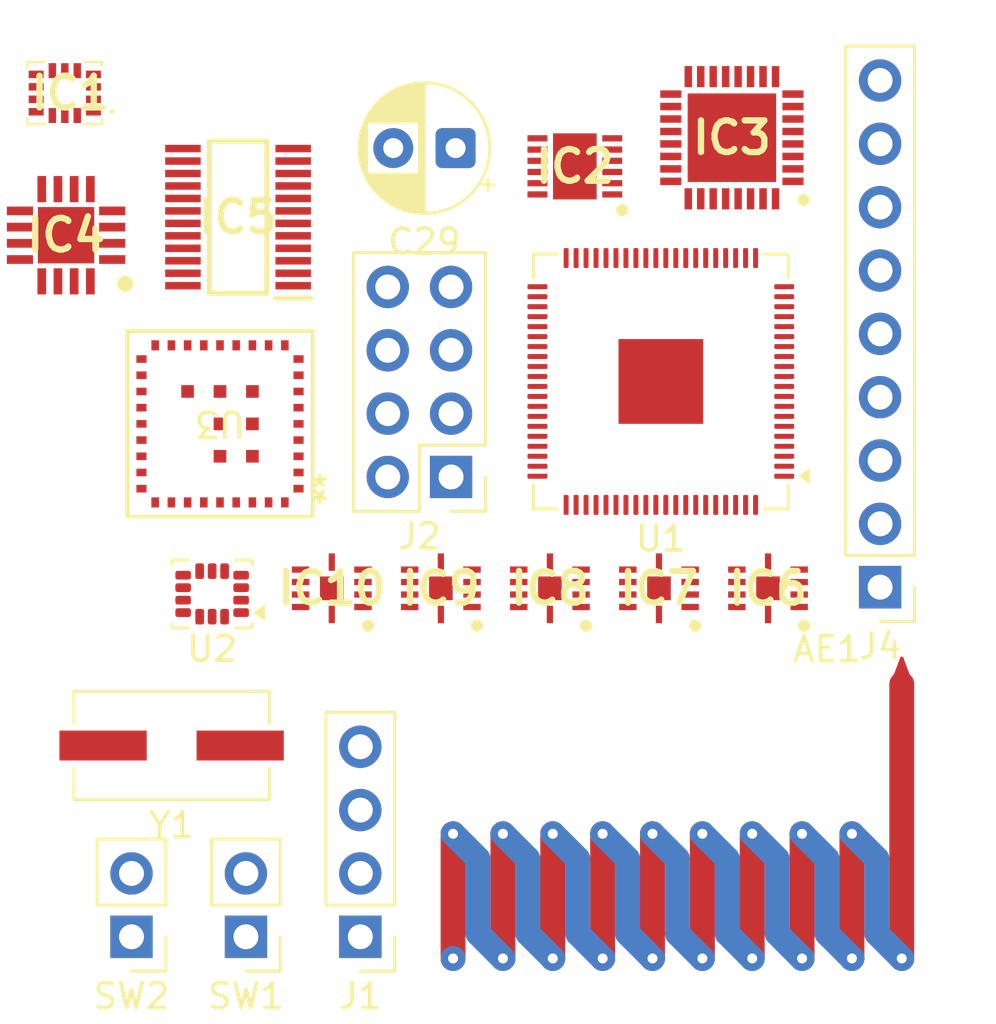
<source format=kicad_pcb>
(kicad_pcb (version 20241229) (generator "pcbnew") (generator_version "9.0")
  (layers (0 "F.Cu" signal) (4 "In1.Cu" signal) (6 "In2.Cu" signal) (2 "B.Cu" signal) (13 "F.Paste" user) (15 "B.Paste" user) (5 "F.SilkS" user "F.Silkscreen") (7 "B.SilkS" user "B.Silkscreen") (1 "F.Mask" user) (3 "B.Mask" user) (25 "Edge.Cuts" user))
  (net 0 "")
  (net 1 "Net-(AE1-A)")
  (net 2 "GND")
  (net 3 "Net-(IC1-AP_SDA_{slash}_AP_SDIO_{slash}_AP_SDI)")
  (net 4 "Net-(IC1-INT1_{slash}_INT)")
  (net 5 "Net-(IC1-AP_SCL_{slash}_AP_SCLK)")
  (net 6 "Net-(IC1-INT2_{slash}_FSYNC_{slash}_CLKIN)")
  (net 7 "+3V3")
  (net 9 "Net-(IC1-AP_CS)")
  (net 10 "Net-(IC2-EN1)")
  (net 11 "Net-(IC2-LX2)")
  (net 12 "+5V")
  (net 13 "Net-(IC2-FB1)")
  (net 14 "Net-(IC2-LX1)")
  (net 15 "Net-(IC2-EN2)")
  (net 16 "Net-(IC2-FB2)")
  (net 17 "Net-(IC3-DCPL_XOSC)")
  (net 18 "Net-(IC3-DCPL)")
  (net 19 "Net-(IC3-LPF0)")
  (net 20 "Net-(IC3-GPIO3)")
  (net 21 "Net-(IC3-GPIO0)")
  (net 22 "Net-(IC3-RESET_N)")
  (net 23 "Net-(IC3-TRX_SW)")
  (net 24 "Net-(IC3-XOSC_Q2)")
  (net 25 "Net-(IC3-DCPL_PFD_CHP)")
  (net 26 "Net-(IC3-CSN)")
  (net 27 "/MISO")
  (net 28 "/SCLK")
  (net 29 "Net-(IC3-LPF1)")
  (net 30 "Net-(IC3-DCPL_VCO)")
  (net 32 "Net-(IC3-RBIAS)")
  (net 33 "Net-(IC3-GPIO2)")
  (net 34 "Net-(IC3-XOSC_Q1)")
  (net 36 "Net-(IC3-PA)")
  (net 37 "/MOSI")
  (net 38 "Net-(IC4-TR_SW)")
  (net 39 "Net-(IC4-LNA_IN)")
  (net 40 "Net-(IC4-PA_EN)")
  (net 41 "Net-(IC4-BIAS)")
  (net 42 "Net-(IC4-PA_IN)")
  (net 43 "Net-(IC4-PA_OUT)")
  (net 44 "Net-(IC4-HGM)")
  (net 45 "Net-(IC4-LNA_OUT)")
  (net 46 "Net-(IC4-LNA_EN)")
  (net 47 "Net-(IC5-~{CS})")
  (net 48 "Net-(IC5-P0.3)")
  (net 49 "Net-(IC5-P0.0)")
  (net 50 "Net-(IC5-P1.0)")
  (net 51 "Net-(IC5-P0.4)")
  (net 52 "Net-(IC5-P1.4)")
  (net 53 "Net-(IC5-P1.7)")
  (net 54 "Net-(IC5-P1.5)")
  (net 55 "Net-(IC5-~{RESET})")
  (net 56 "Net-(IC5-P1.1)")
  (net 57 "Net-(IC5-P1.6)")
  (net 58 "Net-(IC5-P1.3)")
  (net 59 "Net-(J1-Pin_3)")
  (net 60 "Net-(J1-Pin_2)")
  (net 61 "Net-(U1-RUN)")
  (net 62 "Net-(R5-Pad1)")
  (net 63 "Net-(U1-GPIO29)")
  (net 64 "Net-(J9-Pin_3)")
  (net 65 "Net-(J4-Pin_6)")
  (net 66 "Net-(U1-GPIO45{slash}ADC5)")
  (net 67 "Net-(U1-VREG_LX)")
  (net 68 "Net-(U1-GPIO10)")
  (net 69 "Net-(U1-GPIO11)")
  (net 70 "Net-(J10-Pin_3)")
  (net 71 "Net-(U1-GPIO22)")
  (net 72 "Net-(J3-Pin_3)")
  (net 73 "Net-(U1-GPIO43{slash}ADC3)")
  (net 74 "Net-(J11-Pin_3)")
  (net 75 "Net-(U1-GPIO8)")
  (net 76 "Net-(J4-Pin_4)")
  (net 77 "+1V1")
  (net 78 "Net-(J2-Pin_7)")
  (net 79 "Net-(J2-Pin_6)")
  (net 80 "Net-(U1-GPIO9)")
  (net 81 "Net-(U1-GPIO31)")
  (net 82 "Net-(J8-Pin_3)")
  (net 83 "Net-(J2-Pin_4)")
  (net 84 "Net-(U1-GPIO25)")
  (net 85 "Net-(U1-GPIO2)")
  (net 86 "Net-(U1-USB_DP)")
  (net 87 "Net-(U1-XOUT)")
  (net 88 "Net-(J4-Pin_5)")
  (net 89 "Net-(J4-Pin_8)")
  (net 90 "Net-(U1-GPIO41{slash}ADC1)")
  (net 91 "Net-(U1-GPIO24)")
  (net 92 "Net-(J2-Pin_3)")
  (net 93 "/CS{slash}PWM1")
  (net 94 "+1V8")
  (net 95 "Net-(J4-Pin_7)")
  (net 96 "Net-(U1-GPIO19)")
  (net 97 "Net-(J7-Pin_3)")
  (net 98 "Net-(U1-GPIO23)")
  (net 99 "Net-(J2-Pin_5)")
  (net 100 "Net-(U1-GPIO18)")
  (net 101 "Net-(U1-GPIO26)")
  (net 102 "Net-(U1-USB_DM)")
  (net 103 "Net-(U1-GPIO3)")
  (net 104 "Net-(J3-Pin_1)")
  (net 105 "Net-(U1-XIN)")
  (net 106 "Net-(U1-~{QSPI_SS})")
  (net 127 "Net-(IC10-RF-_1)")
  (net 128 "Net-(IC10-SCL)")
  (net 129 "Net-(IC10-SDA)")
  (net 130 "Net-(IC7-RF+_1)")
  (net 131 "Net-(IC8-RF+_1)")
  (net 132 "Net-(IC10-RF+_1)")
  (net 133 "Net-(J4-Pin_9)")
  (net 134 "Net-(U1-ADC_AVDD)")
  (footprint "Connector_PinHeader_2.54mm:PinHeader_1x04_P2.54mm_Vertical" (layer "F.Cu") (at 26.185 47.945 180)
    (property "Reference" "J1" (at 0 -2.38 0) (layer "F.SilkS"))
    (property "Value" "USB-C")
    (pad "1" thru_hole rect (at 0 0 180) (size 1.7 1.7) (drill 1) (layers "*.Cu" "*.Mask") (net 2 "GND"))
    (pad "2" thru_hole circle (at 0 2.54 180) (size 1.7 1.7) (drill 1) (layers "*.Cu" "*.Mask") (net 60 "Net-(J1-Pin_2)"))
    (pad "3" thru_hole circle (at 0 5.08 180) (size 1.7 1.7) (drill 1) (layers "*.Cu" "*.Mask") (net 59 "Net-(J1-Pin_3)"))
    (pad "4" thru_hole circle (at 0 7.62 180) (size 1.7 1.7) (drill 1) (layers "*.Cu" "*.Mask") (net 12 "+5V"))
  )
  (footprint "Connector_PinHeader_2.54mm:PinHeader_2x04_P2.54mm_Vertical" (layer "F.Cu") (at 29.825 29.505 180)
    (property "Reference" "J2" (at 1.27 -2.38 0) (layer "F.SilkS"))
    (property "Value" "Conn_01x08_Pin")
    (pad "1" thru_hole rect (at 0 0 180) (size 1.7 1.7) (drill 1) (layers "*.Cu" "*.Mask") (net 2 "GND"))
    (pad "2" thru_hole circle (at 2.54 0 180) (size 1.7 1.7) (drill 1) (layers "*.Cu" "*.Mask") (net 7 "+3V3"))
    (pad "3" thru_hole circle (at 0 2.54 180) (size 1.7 1.7) (drill 1) (layers "*.Cu" "*.Mask") (net 92 "Net-(J2-Pin_3)"))
    (pad "4" thru_hole circle (at 2.54 2.54 180) (size 1.7 1.7) (drill 1) (layers "*.Cu" "*.Mask") (net 83 "Net-(J2-Pin_4)"))
    (pad "5" thru_hole circle (at 0 5.08 180) (size 1.7 1.7) (drill 1) (layers "*.Cu" "*.Mask") (net 99 "Net-(J2-Pin_5)"))
    (pad "6" thru_hole circle (at 2.54 5.08 180) (size 1.7 1.7) (drill 1) (layers "*.Cu" "*.Mask") (net 79 "Net-(J2-Pin_6)"))
    (pad "7" thru_hole circle (at 0 7.62 180) (size 1.7 1.7) (drill 1) (layers "*.Cu" "*.Mask") (net 78 "Net-(J2-Pin_7)"))
    (pad "8" thru_hole circle (at 2.54 7.62 180) (size 1.7 1.7) (drill 1) (layers "*.Cu" "*.Mask") (net 7 "+3V3"))
  )
  (footprint "Connector_PinHeader_2.54mm:PinHeader_1x02_P2.54mm_Vertical" (layer "F.Cu") (at 17.005 47.945 180)
    (property "Reference" "SW2" (at 0 -2.38 0) (layer "F.SilkS"))
    (property "Value" "SW_Push")
    (pad "1" thru_hole rect (at 0 0 180) (size 1.7 1.7) (drill 1) (layers "*.Cu" "*.Mask") (net 61 "Net-(U1-RUN)"))
    (pad "2" thru_hole circle (at 0 2.54 180) (size 1.7 1.7) (drill 1) (layers "*.Cu" "*.Mask") (net 62 "Net-(R5-Pad1)"))
  )
  (footprint "PE64906B-Z:QFN50P200X200X60-11N-D" (layer "F.Cu") (at 29.415 33.97 180)
    (property "Reference" "IC9" (at 0 0 0) (layer "F.SilkS") (effects (font (size 1.27 1.27) (thickness 0.254))))
    (property "Value" "PE64906B-Z" (hide yes))
    (pad "1" smd rect (at -1.25 -0.75 270) (size 0.25 0.7) (layers "F.Cu" "F.Mask" "F.Paste") (net 2 "GND"))
    (pad "2" smd rect (at -1.25 -0.25 270) (size 0.25 0.7) (layers "F.Cu" "F.Mask" "F.Paste") (net 2 "GND"))
    (pad "3" smd rect (at -1.25 0.25 270) (size 0.25 0.7) (layers "F.Cu" "F.Mask" "F.Paste") (net 2 "GND"))
    (pad "4" smd rect (at -1.25 0.75 270) (size 0.25 0.7) (layers "F.Cu" "F.Mask" "F.Paste") (net 7 "+3V3"))
    (pad "5" smd rect (at 0 1.05 180) (size 0.25 0.7) (layers "F.Cu" "F.Mask" "F.Paste") (net 128 "Net-(IC10-SCL)"))
    (pad "6" smd rect (at 1.25 0.75 270) (size 0.25 0.7) (layers "F.Cu" "F.Mask" "F.Paste") (net 56 "Net-(IC5-P1.1)"))
    (pad "7" smd rect (at 1.25 0.25 270) (size 0.25 0.7) (layers "F.Cu" "F.Mask" "F.Paste") (net 129 "Net-(IC10-SDA)"))
    (pad "8" smd rect (at 1.25 -0.25 270) (size 0.25 0.7) (layers "F.Cu" "F.Mask" "F.Paste") (net 28 "/SCLK"))
    (pad "9" smd rect (at 1.25 -0.75 270) (size 0.25 0.7) (layers "F.Cu" "F.Mask" "F.Paste") (net 28 "/SCLK"))
    (pad "10" smd rect (at 0 -1.05 180) (size 0.25 0.7) (layers "F.Cu" "F.Mask" "F.Paste") (net 2 "GND"))
    (pad "11" smd rect (at 0 0 180) (size 0.95 0.95) (layers "F.Cu" "F.Mask" "F.Paste") (net 2 "GND"))
  )
  (footprint "Package_LGA:LGA-14_3x2.5mm_P0.5mm_LayoutBorder3x4y" (layer "F.Cu") (at 20.24 34.195 180)
    (property "Reference" "U2" (at 0 -2.2 0) (layer "F.SilkS"))
    (property "Value" "LSM6DSO32")
    (pad "1" smd roundrect (at -1.1625 -0.75 180) (size 0.625 0.35) (layers "F.Cu" "F.Mask" "F.Paste") (net 75 "Net-(U1-GPIO8)"))
    (pad "2" smd roundrect (at -1.1625 -0.25 180) (size 0.625 0.35) (layers "F.Cu" "F.Mask" "F.Paste"))
    (pad "3" smd roundrect (at -1.1625 0.25 180) (size 0.625 0.35) (layers "F.Cu" "F.Mask" "F.Paste"))
    (pad "4" smd roundrect (at -1.1625 0.75 180) (size 0.625 0.35) (layers "F.Cu" "F.Mask" "F.Paste") (net 96 "Net-(U1-GPIO19)"))
    (pad "5" smd roundrect (at -0.5 0.9125 180) (size 0.35 0.625) (layers "F.Cu" "F.Mask" "F.Paste") (net 7 "+3V3"))
    (pad "6" smd roundrect (at 0 0.9125 180) (size 0.35 0.625) (layers "F.Cu" "F.Mask" "F.Paste"))
    (pad "7" smd roundrect (at 0.5 0.9125 180) (size 0.35 0.625) (layers "F.Cu" "F.Mask" "F.Paste"))
    (pad "8" smd roundrect (at 1.1625 0.75 180) (size 0.625 0.35) (layers "F.Cu" "F.Mask" "F.Paste") (net 7 "+3V3"))
    (pad "9" smd roundrect (at 1.1625 0.25 180) (size 0.625 0.35) (layers "F.Cu" "F.Mask" "F.Paste") (net 100 "Net-(U1-GPIO18)"))
    (pad "10" smd roundrect (at 1.1625 -0.25 180) (size 0.625 0.35) (layers "F.Cu" "F.Mask" "F.Paste"))
    (pad "11" smd roundrect (at 1.1625 -0.75 180) (size 0.625 0.35) (layers "F.Cu" "F.Mask" "F.Paste"))
    (pad "12" smd roundrect (at 0.5 -0.9125 180) (size 0.35 0.625) (layers "F.Cu" "F.Mask" "F.Paste") (net 80 "Net-(U1-GPIO9)"))
    (pad "13" smd roundrect (at 0 -0.9125 180) (size 0.35 0.625) (layers "F.Cu" "F.Mask" "F.Paste") (net 68 "Net-(U1-GPIO10)"))
    (pad "14" smd roundrect (at -0.5 -0.9125 180) (size 0.35 0.625) (layers "F.Cu" "F.Mask" "F.Paste") (net 69 "Net-(U1-GPIO11)"))
  )
  (footprint "ICM-42688-P:IIM42352" (layer "F.Cu") (at 14.33 14.11 180)
    (property "Reference" "IC1" (at -0.225 0 0) (layer "F.SilkS") (effects (font (size 1.27 1.27) (thickness 0.254))))
    (property "Value" "ICM-42688-P" (hide yes))
    (pad "1" smd rect (at -1.15 -0.75 270) (size 0.3 0.6) (layers "F.Cu" "F.Mask" "F.Paste"))
    (pad "2" smd rect (at -1.15 -0.25 270) (size 0.3 0.6) (layers "F.Cu" "F.Mask" "F.Paste") (net 2 "GND"))
    (pad "3" smd rect (at -1.15 0.25 270) (size 0.3 0.6) (layers "F.Cu" "F.Mask" "F.Paste") (net 2 "GND"))
    (pad "4" smd rect (at -1.15 0.75 270) (size 0.3 0.6) (layers "F.Cu" "F.Mask" "F.Paste") (net 4 "Net-(IC1-INT1_{slash}_INT)"))
    (pad "5" smd rect (at -0.5 0.9 180) (size 0.3 0.6) (layers "F.Cu" "F.Mask" "F.Paste") (net 7 "+3V3"))
    (pad "6" smd rect (at 0 0.9 180) (size 0.3 0.6) (layers "F.Cu" "F.Mask" "F.Paste") (net 2 "GND"))
    (pad "7" smd rect (at 0.5 0.9 180) (size 0.3 0.6) (layers "F.Cu" "F.Mask" "F.Paste") (net 2 "GND"))
    (pad "8" smd rect (at 1.15 0.75 270) (size 0.3 0.6) (layers "F.Cu" "F.Mask" "F.Paste") (net 7 "+3V3"))
    (pad "9" smd rect (at 1.15 0.25 270) (size 0.3 0.6) (layers "F.Cu" "F.Mask" "F.Paste") (net 6 "Net-(IC1-INT2_{slash}_FSYNC_{slash}_CLKIN)"))
    (pad "10" smd rect (at 1.15 -0.25 270) (size 0.3 0.6) (layers "F.Cu" "F.Mask" "F.Paste") (net 2 "GND"))
    (pad "11" smd rect (at 1.15 -0.75 270) (size 0.3 0.6) (layers "F.Cu" "F.Mask" "F.Paste") (net 2 "GND"))
    (pad "12" smd rect (at 0.5 -0.9 180) (size 0.3 0.6) (layers "F.Cu" "F.Mask" "F.Paste") (net 9 "Net-(IC1-AP_CS)"))
    (pad "13" smd rect (at 0 -0.9 180) (size 0.3 0.6) (layers "F.Cu" "F.Mask" "F.Paste") (net 5 "Net-(IC1-AP_SCL_{slash}_AP_SCLK)"))
    (pad "14" smd rect (at -0.5 -0.9 180) (size 0.3 0.6) (layers "F.Cu" "F.Mask" "F.Paste") (net 3 "Net-(IC1-AP_SDA_{slash}_AP_SDIO_{slash}_AP_SDI)"))
  )
  (footprint "PE64906B-Z:QFN50P200X200X60-11N-D" (layer "F.Cu") (at 42.54 33.97 180)
    (property "Reference" "IC6" (at 0 0 0) (layer "F.SilkS") (effects (font (size 1.27 1.27) (thickness 0.254))))
    (property "Value" "PE64906B-Z" (hide yes))
    (pad "1" smd rect (at -1.25 -0.75 270) (size 0.25 0.7) (layers "F.Cu" "F.Mask" "F.Paste") (net 2 "GND"))
    (pad "2" smd rect (at -1.25 -0.25 270) (size 0.25 0.7) (layers "F.Cu" "F.Mask" "F.Paste") (net 2 "GND"))
    (pad "3" smd rect (at -1.25 0.25 270) (size 0.25 0.7) (layers "F.Cu" "F.Mask" "F.Paste") (net 2 "GND"))
    (pad "4" smd rect (at -1.25 0.75 270) (size 0.25 0.7) (layers "F.Cu" "F.Mask" "F.Paste") (net 7 "+3V3"))
    (pad "5" smd rect (at 0 1.05 180) (size 0.25 0.7) (layers "F.Cu" "F.Mask" "F.Paste") (net 128 "Net-(IC10-SCL)"))
    (pad "6" smd rect (at 1.25 0.75 270) (size 0.25 0.7) (layers "F.Cu" "F.Mask" "F.Paste") (net 52 "Net-(IC5-P1.4)"))
    (pad "7" smd rect (at 1.25 0.25 270) (size 0.25 0.7) (layers "F.Cu" "F.Mask" "F.Paste") (net 129 "Net-(IC10-SDA)"))
    (pad "8" smd rect (at 1.25 -0.25 270) (size 0.25 0.7) (layers "F.Cu" "F.Mask" "F.Paste") (net 1 "Net-(AE1-A)"))
    (pad "9" smd rect (at 1.25 -0.75 270) (size 0.25 0.7) (layers "F.Cu" "F.Mask" "F.Paste") (net 1 "Net-(AE1-A)"))
    (pad "10" smd rect (at 0 -1.05 180) (size 0.25 0.7) (layers "F.Cu" "F.Mask" "F.Paste") (net 2 "GND"))
    (pad "11" smd rect (at 0 0 180) (size 0.95 0.95) (layers "F.Cu" "F.Mask" "F.Paste") (net 2 "GND"))
  )
  (footprint "Package_DFN_QFN:QFN-80-1EP_10x10mm_P0.4mm_EP3.4x3.4mm" (layer "F.Cu") (at 38.24 25.675 180)
    (property "Reference" "U1" (at 0 -6.3 0) (layer "F.SilkS"))
    (property "Value" "RP2354B")
    (pad "1" smd roundrect (at -4.95 -3.8 180) (size 0.8 0.2) (layers "F.Cu" "F.Mask" "F.Paste") (net 27 "/MISO"))
    (pad "2" smd roundrect (at -4.95 -3.4 180) (size 0.8 0.2) (layers "F.Cu" "F.Mask" "F.Paste") (net 26 "Net-(IC3-CSN)"))
    (pad "3" smd roundrect (at -4.95 -3 180) (size 0.8 0.2) (layers "F.Cu" "F.Mask" "F.Paste") (net 37 "/MOSI"))
    (pad "4" smd roundrect (at -4.95 -2.6 180) (size 0.8 0.2) (layers "F.Cu" "F.Mask" "F.Paste") (net 28 "/SCLK"))
    (pad "5" smd roundrect (at -4.95 -2.2 180) (size 0.8 0.2) (layers "F.Cu" "F.Mask" "F.Paste") (net 7 "+3V3"))
    (pad "6" smd roundrect (at -4.95 -1.8 180) (size 0.8 0.2) (layers "F.Cu" "F.Mask" "F.Paste") (net 75 "Net-(U1-GPIO8)"))
    (pad "7" smd roundrect (at -4.95 -1.4 180) (size 0.8 0.2) (layers "F.Cu" "F.Mask" "F.Paste") (net 80 "Net-(U1-GPIO9)"))
    (pad "8" smd roundrect (at -4.95 -1 180) (size 0.8 0.2) (layers "F.Cu" "F.Mask" "F.Paste") (net 68 "Net-(U1-GPIO10)"))
    (pad "9" smd roundrect (at -4.95 -0.6 180) (size 0.8 0.2) (layers "F.Cu" "F.Mask" "F.Paste") (net 69 "Net-(U1-GPIO11)"))
    (pad "10" smd roundrect (at -4.95 -0.2 180) (size 0.8 0.2) (layers "F.Cu" "F.Mask" "F.Paste") (net 77 "+1V1"))
    (pad "11" smd roundrect (at -4.95 0.2 180) (size 0.8 0.2) (layers "F.Cu" "F.Mask" "F.Paste") (net 21 "Net-(IC3-GPIO0)"))
    (pad "12" smd roundrect (at -4.95 0.6 180) (size 0.8 0.2) (layers "F.Cu" "F.Mask" "F.Paste") (net 33 "Net-(IC3-GPIO2)"))
    (pad "13" smd roundrect (at -4.95 1 180) (size 0.8 0.2) (layers "F.Cu" "F.Mask" "F.Paste") (net 20 "Net-(IC3-GPIO3)"))
    (pad "14" smd roundrect (at -4.95 1.4 180) (size 0.8 0.2) (layers "F.Cu" "F.Mask" "F.Paste") (net 22 "Net-(IC3-RESET_N)"))
    (pad "15" smd roundrect (at -4.95 1.8 180) (size 0.8 0.2) (layers "F.Cu" "F.Mask" "F.Paste") (net 7 "+3V3"))
    (pad "16" smd roundrect (at -4.95 2.2 180) (size 0.8 0.2) (layers "F.Cu" "F.Mask" "F.Paste") (net 47 "Net-(IC5-~{CS})"))
    (pad "17" smd roundrect (at -4.95 2.6 180) (size 0.8 0.2) (layers "F.Cu" "F.Mask" "F.Paste") (net 55 "Net-(IC5-~{RESET})"))
    (pad "18" smd roundrect (at -4.95 3 180) (size 0.8 0.2) (layers "F.Cu" "F.Mask" "F.Paste") (net 100 "Net-(U1-GPIO18)"))
    (pad "19" smd roundrect (at -4.95 3.4 180) (size 0.8 0.2) (layers "F.Cu" "F.Mask" "F.Paste") (net 96 "Net-(U1-GPIO19)"))
    (pad "20" smd roundrect (at -4.95 3.8 180) (size 0.8 0.2) (layers "F.Cu" "F.Mask" "F.Paste") (net 4 "Net-(IC1-INT1_{slash}_INT)"))
    (pad "21" smd roundrect (at -3.8 4.95 180) (size 0.2 0.8) (layers "F.Cu" "F.Mask" "F.Paste") (net 6 "Net-(IC1-INT2_{slash}_FSYNC_{slash}_CLKIN)"))
    (pad "22" smd roundrect (at -3.4 4.95 180) (size 0.2 0.8) (layers "F.Cu" "F.Mask" "F.Paste") (net 71 "Net-(U1-GPIO22)"))
    (pad "23" smd roundrect (at -3 4.95 180) (size 0.2 0.8) (layers "F.Cu" "F.Mask" "F.Paste") (net 98 "Net-(U1-GPIO23)"))
    (pad "24" smd roundrect (at -2.6 4.95 180) (size 0.2 0.8) (layers "F.Cu" "F.Mask" "F.Paste") (net 7 "+3V3"))
    (pad "25" smd roundrect (at -2.2 4.95 180) (size 0.2 0.8) (layers "F.Cu" "F.Mask" "F.Paste") (net 91 "Net-(U1-GPIO24)"))
    (pad "26" smd roundrect (at -1.8 4.95 180) (size 0.2 0.8) (layers "F.Cu" "F.Mask" "F.Paste") (net 84 "Net-(U1-GPIO25)"))
    (pad "27" smd roundrect (at -1.4 4.95 180) (size 0.2 0.8) (layers "F.Cu" "F.Mask" "F.Paste") (net 101 "Net-(U1-GPIO26)"))
    (pad "28" smd roundrect (at -1 4.95 180) (size 0.2 0.8) (layers "F.Cu" "F.Mask" "F.Paste") (net 9 "Net-(IC1-AP_CS)"))
    (pad "29" smd roundrect (at -0.6 4.95 180) (size 0.2 0.8) (layers "F.Cu" "F.Mask" "F.Paste") (net 7 "+3V3"))
    (pad "30" smd roundrect (at -0.2 4.95 180) (size 0.2 0.8) (layers "F.Cu" "F.Mask" "F.Paste") (net 105 "Net-(U1-XIN)"))
    (pad "31" smd roundrect (at 0.2 4.95 180) (size 0.2 0.8) (layers "F.Cu" "F.Mask" "F.Paste") (net 87 "Net-(U1-XOUT)"))
    (pad "32" smd roundrect (at 0.6 4.95 180) (size 0.2 0.8) (layers "F.Cu" "F.Mask" "F.Paste") (net 77 "+1V1"))
    (pad "33" smd roundrect (at 1 4.95 180) (size 0.2 0.8) (layers "F.Cu" "F.Mask" "F.Paste") (net 104 "Net-(J3-Pin_1)"))
    (pad "34" smd roundrect (at 1.4 4.95 180) (size 0.2 0.8) (layers "F.Cu" "F.Mask" "F.Paste") (net 72 "Net-(J3-Pin_3)"))
    (pad "35" smd roundrect (at 1.8 4.95 180) (size 0.2 0.8) (layers "F.Cu" "F.Mask" "F.Paste") (net 61 "Net-(U1-RUN)"))
    (pad "36" smd roundrect (at 2.2 4.95 180) (size 0.2 0.8) (layers "F.Cu" "F.Mask" "F.Paste") (net 74 "Net-(J11-Pin_3)"))
    (pad "37" smd roundrect (at 2.6 4.95 180) (size 0.2 0.8) (layers "F.Cu" "F.Mask" "F.Paste") (net 63 "Net-(U1-GPIO29)"))
    (pad "38" smd roundrect (at 3 4.95 180) (size 0.2 0.8) (layers "F.Cu" "F.Mask" "F.Paste") (net 70 "Net-(J10-Pin_3)"))
    (pad "39" smd roundrect (at 3.4 4.95 180) (size 0.2 0.8) (layers "F.Cu" "F.Mask" "F.Paste") (net 81 "Net-(U1-GPIO31)"))
    (pad "40" smd roundrect (at 3.8 4.95 180) (size 0.2 0.8) (layers "F.Cu" "F.Mask" "F.Paste") (net 76 "Net-(J4-Pin_4)"))
    (pad "41" smd roundrect (at 4.95 3.8 180) (size 0.8 0.2) (layers "F.Cu" "F.Mask" "F.Paste") (net 7 "+3V3"))
    (pad "42" smd roundrect (at 4.95 3.4 180) (size 0.8 0.2) (layers "F.Cu" "F.Mask" "F.Paste") (net 88 "Net-(J4-Pin_5)"))
    (pad "43" smd roundrect (at 4.95 3 180) (size 0.8 0.2) (layers "F.Cu" "F.Mask" "F.Paste") (net 128 "Net-(IC10-SCL)"))
    (pad "44" smd roundrect (at 4.95 2.6 180) (size 0.8 0.2) (layers "F.Cu" "F.Mask" "F.Paste") (net 129 "Net-(IC10-SDA)"))
    (pad "45" smd roundrect (at 4.95 2.2 180) (size 0.8 0.2) (layers "F.Cu" "F.Mask" "F.Paste") (net 65 "Net-(J4-Pin_6)"))
    (pad "46" smd roundrect (at 4.95 1.8 180) (size 0.8 0.2) (layers "F.Cu" "F.Mask" "F.Paste") (net 95 "Net-(J4-Pin_7)"))
    (pad "47" smd roundrect (at 4.95 1.4 180) (size 0.8 0.2) (layers "F.Cu" "F.Mask" "F.Paste") (net 89 "Net-(J4-Pin_8)"))
    (pad "48" smd roundrect (at 4.95 1 180) (size 0.8 0.2) (layers "F.Cu" "F.Mask" "F.Paste") (net 133 "Net-(J4-Pin_9)"))
    (pad "49" smd roundrect (at 4.95 0.6 180) (size 0.8 0.2) (layers "F.Cu" "F.Mask" "F.Paste") (net 93 "/CS{slash}PWM1"))
    (pad "50" smd roundrect (at 4.95 0.2 180) (size 0.8 0.2) (layers "F.Cu" "F.Mask" "F.Paste") (net 7 "+3V3"))
    (pad "51" smd roundrect (at 4.95 -0.2 180) (size 0.8 0.2) (layers "F.Cu" "F.Mask" "F.Paste") (net 77 "+1V1"))
    (pad "52" smd roundrect (at 4.95 -0.6 180) (size 0.8 0.2) (layers "F.Cu" "F.Mask" "F.Paste") (net 90 "Net-(U1-GPIO41{slash}ADC1)"))
    (pad "53" smd roundrect (at 4.95 -1 180) (size 0.8 0.2) (layers "F.Cu" "F.Mask" "F.Paste") (net 97 "Net-(J7-Pin_3)"))
    (pad "54" smd roundrect (at 4.95 -1.4 180) (size 0.8 0.2) (layers "F.Cu" "F.Mask" "F.Paste") (net 73 "Net-(U1-GPIO43{slash}ADC3)"))
    (pad "55" smd roundrect (at 4.95 -1.8 180) (size 0.8 0.2) (layers "F.Cu" "F.Mask" "F.Paste") (net 82 "Net-(J8-Pin_3)"))
    (pad "56" smd roundrect (at 4.95 -2.2 180) (size 0.8 0.2) (layers "F.Cu" "F.Mask" "F.Paste") (net 66 "Net-(U1-GPIO45{slash}ADC5)"))
    (pad "57" smd roundrect (at 4.95 -2.6 180) (size 0.8 0.2) (layers "F.Cu" "F.Mask" "F.Paste") (net 64 "Net-(J9-Pin_3)"))
    (pad "58" smd roundrect (at 4.95 -3 180) (size 0.8 0.2) (layers "F.Cu" "F.Mask" "F.Paste") (net 94 "+1V8"))
    (pad "59" smd roundrect (at 4.95 -3.4 180) (size 0.8 0.2) (layers "F.Cu" "F.Mask" "F.Paste") (net 134 "Net-(U1-ADC_AVDD)"))
    (pad "60" smd roundrect (at 4.95 -3.8 180) (size 0.8 0.2) (layers "F.Cu" "F.Mask" "F.Paste") (net 7 "+3V3"))
    (pad "61" smd roundrect (at 3.8 -4.95 180) (size 0.2 0.8) (layers "F.Cu" "F.Mask" "F.Paste") (net 134 "Net-(U1-ADC_AVDD)"))
    (pad "62" smd roundrect (at 3.4 -4.95 180) (size 0.2 0.8) (layers "F.Cu" "F.Mask" "F.Paste") (net 2 "GND"))
    (pad "63" smd roundrect (at 3 -4.95 180) (size 0.2 0.8) (layers "F.Cu" "F.Mask" "F.Paste") (net 67 "Net-(U1-VREG_LX)"))
    (pad "64" smd roundrect (at 2.6 -4.95 180) (size 0.2 0.8) (layers "F.Cu" "F.Mask" "F.Paste") (net 7 "+3V3"))
    (pad "65" smd roundrect (at 2.2 -4.95 180) (size 0.2 0.8) (layers "F.Cu" "F.Mask" "F.Paste") (net 77 "+1V1"))
    (pad "66" smd roundrect (at 1.8 -4.95 180) (size 0.2 0.8) (layers "F.Cu" "F.Mask" "F.Paste") (net 102 "Net-(U1-USB_DM)"))
    (pad "67" smd roundrect (at 1.4 -4.95 180) (size 0.2 0.8) (layers "F.Cu" "F.Mask" "F.Paste") (net 86 "Net-(U1-USB_DP)"))
    (pad "68" smd roundrect (at 1 -4.95 180) (size 0.2 0.8) (layers "F.Cu" "F.Mask" "F.Paste") (net 12 "+5V"))
    (pad "69" smd roundrect (at 0.6 -4.95 180) (size 0.2 0.8) (layers "F.Cu" "F.Mask" "F.Paste") (net 7 "+3V3"))
    (pad "70" smd roundrect (at 0.2 -4.95 180) (size 0.2 0.8) (layers "F.Cu" "F.Mask" "F.Paste") (net 78 "Net-(J2-Pin_7)"))
    (pad "71" smd roundrect (at -0.2 -4.95 180) (size 0.2 0.8) (layers "F.Cu" "F.Mask" "F.Paste") (net 92 "Net-(J2-Pin_3)"))
    (pad "72" smd roundrect (at -0.6 -4.95 180) (size 0.2 0.8) (layers "F.Cu" "F.Mask" "F.Paste") (net 83 "Net-(J2-Pin_4)"))
    (pad "73" smd roundrect (at -1 -4.95 180) (size 0.2 0.8) (layers "F.Cu" "F.Mask" "F.Paste") (net 79 "Net-(J2-Pin_6)"))
    (pad "74" smd roundrect (at -1.4 -4.95 180) (size 0.2 0.8) (layers "F.Cu" "F.Mask" "F.Paste") (net 99 "Net-(J2-Pin_5)"))
    (pad "75" smd roundrect (at -1.8 -4.95 180) (size 0.2 0.8) (layers "F.Cu" "F.Mask" "F.Paste") (net 106 "Net-(U1-~{QSPI_SS})"))
    (pad "76" smd roundrect (at -2.2 -4.95 180) (size 0.2 0.8) (layers "F.Cu" "F.Mask" "F.Paste") (net 7 "+3V3"))
    (pad "77" smd roundrect (at -2.6 -4.95 180) (size 0.2 0.8) (layers "F.Cu" "F.Mask" "F.Paste") (net 3 "Net-(IC1-AP_SDA_{slash}_AP_SDIO_{slash}_AP_SDI)"))
    (pad "78" smd roundrect (at -3 -4.95 180) (size 0.2 0.8) (layers "F.Cu" "F.Mask" "F.Paste") (net 5 "Net-(IC1-AP_SCL_{slash}_AP_SCLK)"))
    (pad "79" smd roundrect (at -3.4 -4.95 180) (size 0.2 0.8) (layers "F.Cu" "F.Mask" "F.Paste") (net 85 "Net-(U1-GPIO2)"))
    (pad "80" smd roundrect (at -3.8 -4.95 180) (size 0.2 0.8) (layers "F.Cu" "F.Mask" "F.Paste") (net 103 "Net-(U1-GPIO3)"))
    (pad "81" smd rect (at 0 0 180) (size 3.4 3.4) (property pad_prop_heatsink) (layers "F.Cu" "F.Mask") (net 2 "GND"))
  )
  (footprint "CC1190RGVR:QFN65P400X400X100-17N-D" (layer "F.Cu") (at 14.3805 19.81 180)
    (property "Reference" "IC4" (at 0 0 0) (layer "F.SilkS") (effects (font (size 1.27 1.27) (thickness 0.254))))
    (property "Value" "CC1190RGVR" (hide yes))
    (pad "1" smd rect (at -1.85 -0.975 270) (size 0.35 1.05) (layers "F.Cu" "F.Mask" "F.Paste") (net 2 "GND"))
    (pad "2" smd rect (at -1.85 -0.325 270) (size 0.35 1.05) (layers "F.Cu" "F.Mask" "F.Paste") (net 43 "Net-(IC4-PA_OUT)"))
    (pad "3" smd rect (at -1.85 0.325 270) (size 0.35 1.05) (layers "F.Cu" "F.Mask" "F.Paste") (net 2 "GND"))
    (pad "4" smd rect (at -1.85 0.975 270) (size 0.35 1.05) (layers "F.Cu" "F.Mask" "F.Paste") (net 38 "Net-(IC4-TR_SW)"))
    (pad "5" smd rect (at -0.975 1.85 180) (size 0.35 1.05) (layers "F.Cu" "F.Mask" "F.Paste") (net 39 "Net-(IC4-LNA_IN)"))
    (pad "6" smd rect (at -0.325 1.85 180) (size 0.35 1.05) (layers "F.Cu" "F.Mask" "F.Paste") (net 44 "Net-(IC4-HGM)"))
    (pad "7" smd rect (at 0.325 1.85 180) (size 0.35 1.05) (layers "F.Cu" "F.Mask" "F.Paste") (net 46 "Net-(IC4-LNA_EN)"))
    (pad "8" smd rect (at 0.975 1.85 180) (size 0.35 1.05) (layers "F.Cu" "F.Mask" "F.Paste") (net 40 "Net-(IC4-PA_EN)"))
    (pad "9" smd rect (at 1.85 0.975 270) (size 0.35 1.05) (layers "F.Cu" "F.Mask" "F.Paste") (net 2 "GND"))
    (pad "10" smd rect (at 1.85 0.325 270) (size 0.35 1.05) (layers "F.Cu" "F.Mask" "F.Paste") (net 45 "Net-(IC4-LNA_OUT)"))
    (pad "11" smd rect (at 1.85 -0.325 270) (size 0.35 1.05) (layers "F.Cu" "F.Mask" "F.Paste") (net 42 "Net-(IC4-PA_IN)"))
    (pad "12" smd rect (at 1.85 -0.975 270) (size 0.35 1.05) (layers "F.Cu" "F.Mask" "F.Paste") (net 2 "GND"))
    (pad "13" smd rect (at 0.975 -1.85 180) (size 0.35 1.05) (layers "F.Cu" "F.Mask" "F.Paste") (net 7 "+3V3"))
    (pad "14" smd rect (at 0.325 -1.85 180) (size 0.35 1.05) (layers "F.Cu" "F.Mask" "F.Paste") (net 41 "Net-(IC4-BIAS)"))
    (pad "15" smd rect (at -0.325 -1.85 180) (size 0.35 1.05) (layers "F.Cu" "F.Mask" "F.Paste") (net 7 "+3V3"))
    (pad "16" smd rect (at -0.975 -1.85 180) (size 0.35 1.05) (layers "F.Cu" "F.Mask" "F.Paste") (net 7 "+3V3"))
    (pad "17" smd rect (at 0 0 180) (size 2.26 2.26) (layers "F.Cu" "F.Mask" "F.Paste") (net 2 "GND"))
  )
  (footprint "Capacitor_THT:CP_Radial_D5.0mm_P2.50mm" (layer "F.Cu") (at 30.005225 16.315 180)
    (property "Reference" "C29" (at 1.25 -3.75 0) (layer "F.SilkS"))
    (property "Value" "10mF")
    (pad "1" thru_hole roundrect (at 0 0 180) (size 1.6 1.6) (drill 0.8) (layers "*.Cu" "*.Mask") (roundrect_rratio 0.15625) (net 2 "GND"))
    (pad "2" thru_hole circle (at 2.5 0 180) (size 1.6 1.6) (drill 0.8) (layers "*.Cu" "*.Mask") (net 7 "+3V3"))
  )
  (footprint "Crystal:Crystal_SMD_ECS_CSM3X-2Pin_7.6x4.1mm" (layer "F.Cu") (at 18.615 40.275 180)
    (property "Reference" "Y1" (at 0 -3.2 0) (layer "F.SilkS"))
    (property "Value" "12MHz")
    (pad "1" smd rect (at -2.75 0 180) (size 3.5 1.2) (layers "F.Cu" "F.Mask" "F.Paste") (net 87 "Net-(U1-XOUT)"))
    (pad "2" smd rect (at 2.75 0 180) (size 3.5 1.2) (layers "F.Cu" "F.Mask" "F.Paste") (net 105 "Net-(U1-XIN)"))
  )
  (footprint "Connector_PinHeader_2.54mm:PinHeader_1x09_P2.54mm_Vertical" (layer "F.Cu") (at 47.035 33.925 180)
    (property "Reference" "J4" (at 0 -2.38 0) (layer "F.SilkS"))
    (property "Value" "Conn_01x09")
    (pad "1" thru_hole rect (at 0 0 180) (size 1.7 1.7) (drill 1) (layers "*.Cu" "*.Mask") (net 53 "Net-(IC5-P1.7)"))
    (pad "2" thru_hole circle (at 0 2.54 180) (size 1.7 1.7) (drill 1) (layers "*.Cu" "*.Mask") (net 57 "Net-(IC5-P1.6)"))
    (pad "3" thru_hole circle (at 0 5.08 180) (size 1.7 1.7) (drill 1) (layers "*.Cu" "*.Mask") (net 50 "Net-(IC5-P1.0)"))
    (pad "4" thru_hole circle (at 0 7.62 180) (size 1.7 1.7) (drill 1) (layers "*.Cu" "*.Mask") (net 76 "Net-(J4-Pin_4)"))
    (pad "5" thru_hole circle (at 0 10.16 180) (size 1.7 1.7) (drill 1) (layers "*.Cu" "*.Mask") (net 88 "Net-(J4-Pin_5)"))
    (pad "6" thru_hole circle (at 0 12.7 180) (size 1.7 1.7) (drill 1) (layers "*.Cu" "*.Mask") (net 65 "Net-(J4-Pin_6)"))
    (pad "7" thru_hole circle (at 0 15.24 180) (size 1.7 1.7) (drill 1) (layers "*.Cu" "*.Mask") (net 95 "Net-(J4-Pin_7)"))
    (pad "8" thru_hole circle (at 0 17.78 180) (size 1.7 1.7) (drill 1) (layers "*.Cu" "*.Mask") (net 89 "Net-(J4-Pin_8)"))
    (pad "9" thru_hole circle (at 0 20.32 180) (size 1.7 1.7) (drill 1) (layers "*.Cu" "*.Mask") (net 133 "Net-(J4-Pin_9)"))
  )
  (footprint "PAM2306DYPAA:SON45P300X300X80-13N" (layer "F.Cu") (at 34.79 17.05 180)
    (property "Reference" "IC2" (at 0 0 0) (layer "F.SilkS") (effects (font (size 1.27 1.27) (thickness 0.254))))
    (property "Value" "PAM2306DYPAA" (hide yes))
    (pad "1" smd rect (at -1.5 -1.125 270) (size 0.25 0.8) (layers "F.Cu" "F.Mask" "F.Paste") (net 12 "+5V"))
    (pad "2" smd rect (at -1.5 -0.675 270) (size 0.25 0.8) (layers "F.Cu" "F.Mask" "F.Paste") (net 11 "Net-(IC2-LX2)"))
    (pad "3" smd rect (at -1.5 -0.225 270) (size 0.25 0.8) (layers "F.Cu" "F.Mask" "F.Paste") (net 2 "GND"))
    (pad "4" smd rect (at -1.5 0.225 270) (size 0.25 0.8) (layers "F.Cu" "F.Mask" "F.Paste") (net 13 "Net-(IC2-FB1)"))
    (pad "5" smd rect (at -1.5 0.675 270) (size 0.25 0.8) (layers "F.Cu" "F.Mask" "F.Paste") (net 2 "GND"))
    (pad "6" smd rect (at -1.5 1.125 270) (size 0.25 0.8) (layers "F.Cu" "F.Mask" "F.Paste") (net 10 "Net-(IC2-EN1)"))
    (pad "7" smd rect (at 1.5 1.125 270) (size 0.25 0.8) (layers "F.Cu" "F.Mask" "F.Paste") (net 12 "+5V"))
    (pad "8" smd rect (at 1.5 0.675 270) (size 0.25 0.8) (layers "F.Cu" "F.Mask" "F.Paste") (net 14 "Net-(IC2-LX1)"))
    (pad "9" smd rect (at 1.5 0.225 270) (size 0.25 0.8) (layers "F.Cu" "F.Mask" "F.Paste") (net 2 "GND"))
    (pad "10" smd rect (at 1.5 -0.225 270) (size 0.25 0.8) (layers "F.Cu" "F.Mask" "F.Paste") (net 16 "Net-(IC2-FB2)"))
    (pad "11" smd rect (at 1.5 -0.675 270) (size 0.25 0.8) (layers "F.Cu" "F.Mask" "F.Paste") (net 2 "GND"))
    (pad "12" smd rect (at 1.5 -1.125 270) (size 0.25 0.8) (layers "F.Cu" "F.Mask" "F.Paste") (net 15 "Net-(IC2-EN2)"))
    (pad "13" smd rect (at 0 0 180) (size 1.75 2.65) (layers "F.Cu" "F.Mask" "F.Paste") (net 2 "GND"))
  )
  (footprint "LG77LICMD:LG77L_QWS" (layer "F.Cu") (at 20.5557 27.3757 180)
    (property "Reference" "U3" (at 0 0 180) (layer "F.SilkS"))
    (property "Value" "LG77LICMD")
    (fp_text user "*" (at -3.9882 -2.6 0) (layer "F.SilkS"))
    (fp_text user "*" (at -3.9882 -2.6 180) (layer "F.SilkS"))
    (pad "1" smd rect (at -3.149999 -2.6 180) (size 0.4064 0.3048) (layers "F.Cu" "F.Mask" "F.Paste"))
    (pad "2" smd rect (at -3.149999 -1.950001 180) (size 0.4064 0.3048) (layers "F.Cu" "F.Mask" "F.Paste") (net 2 "GND"))
    (pad "3" smd rect (at -3.149999 -1.3 180) (size 0.4064 0.3048) (layers "F.Cu" "F.Mask" "F.Paste"))
    (pad "4" smd rect (at -3.149999 -0.650001 180) (size 0.4064 0.3048) (layers "F.Cu" "F.Mask" "F.Paste"))
    (pad "5" smd rect (at -3.149999 0 180) (size 0.4064 0.3048) (layers "F.Cu" "F.Mask" "F.Paste"))
    (pad "6" smd rect (at -3.149999 0.649999 180) (size 0.4064 0.3048) (layers "F.Cu" "F.Mask" "F.Paste"))
    (pad "7" smd rect (at -3.149999 1.3 180) (size 0.4064 0.3048) (layers "F.Cu" "F.Mask" "F.Paste"))
    (pad "8" smd rect (at -3.149999 1.949999 180) (size 0.4064 0.3048) (layers "F.Cu" "F.Mask" "F.Paste"))
    (pad "9" smd rect (at -3.149999 2.6 180) (size 0.4064 0.3048) (layers "F.Cu" "F.Mask" "F.Paste"))
    (pad "10" smd rect (at -2.6 3.149999 270) (size 0.4064 0.3048) (layers "F.Cu" "F.Mask" "F.Paste") (net 98 "Net-(U1-GPIO23)"))
    (pad "11" smd rect (at -1.949999 3.149999 270) (size 0.4064 0.3048) (layers "F.Cu" "F.Mask" "F.Paste"))
    (pad "12" smd rect (at -1.3 3.149999 270) (size 0.4064 0.3048) (layers "F.Cu" "F.Mask" "F.Paste") (net 91 "Net-(U1-GPIO24)"))
    (pad "13" smd rect (at -0.649999 3.149999 270) (size 0.4064 0.3048) (layers "F.Cu" "F.Mask" "F.Paste") (net 63 "Net-(U1-GPIO29)"))
    (pad "14" smd rect (at 0 3.149999 270) (size 0.4064 0.3048) (layers "F.Cu" "F.Mask" "F.Paste") (net 84 "Net-(U1-GPIO25)"))
    (pad "15" smd rect (at 0.649999 3.149999 270) (size 0.4064 0.3048) (layers "F.Cu" "F.Mask" "F.Paste") (net 85 "Net-(U1-GPIO2)"))
    (pad "16" smd rect (at 1.3 3.149999 270) (size 0.4064 0.3048) (layers "F.Cu" "F.Mask" "F.Paste") (net 103 "Net-(U1-GPIO3)"))
    (pad "17" smd rect (at 1.949999 3.149999 270) (size 0.4064 0.3048) (layers "F.Cu" "F.Mask" "F.Paste"))
    (pad "18" smd rect (at 2.6 3.149999 270) (size 0.4064 0.3048) (layers "F.Cu" "F.Mask" "F.Paste") (net 2 "GND"))
    (pad "19" smd rect (at 3.149999 2.6 180) (size 0.4064 0.3048) (layers "F.Cu" "F.Mask" "F.Paste") (net 7 "+3V3"))
    (pad "20" smd rect (at 3.149999 1.949999 180) (size 0.4064 0.3048) (layers "F.Cu" "F.Mask" "F.Paste") (net 7 "+3V3"))
    (pad "21" smd rect (at 3.149999 1.3 180) (size 0.4064 0.3048) (layers "F.Cu" "F.Mask" "F.Paste") (net 7 "+3V3"))
    (pad "22" smd rect (at 3.149999 0.649999 180) (size 0.4064 0.3048) (layers "F.Cu" "F.Mask" "F.Paste"))
    (pad "23" smd rect (at 3.149999 0 180) (size 0.4064 0.3048) (layers "F.Cu" "F.Mask" "F.Paste"))
    (pad "24" smd rect (at 3.149999 -0.649999 180) (size 0.4064 0.3048) (layers "F.Cu" "F.Mask" "F.Paste"))
    (pad "25" smd rect (at 3.149999 -1.3 180) (size 0.4064 0.3048) (layers "F.Cu" "F.Mask" "F.Paste"))
    (pad "26" smd rect (at 3.149999 -1.949999 180) (size 0.4064 0.3048) (layers "F.Cu" "F.Mask" "F.Paste"))
    (pad "27" smd rect (at 3.149999 -2.6 180) (size 0.4064 0.3048) (layers "F.Cu" "F.Mask" "F.Paste"))
    (pad "28" smd rect (at 2.6 -3.149999 270) (size 0.4064 0.3048) (layers "F.Cu" "F.Mask" "F.Paste"))
    (pad "29" smd rect (at 1.949999 -3.149999 270) (size 0.4064 0.3048) (layers "F.Cu" "F.Mask" "F.Paste") (net 3 "Net-(IC1-AP_SDA_{slash}_AP_SDIO_{slash}_AP_SDI)"))
    (pad "30" smd rect (at 1.3 -3.149999 270) (size 0.4064 0.3048) (layers "F.Cu" "F.Mask" "F.Paste") (net 5 "Net-(IC1-AP_SCL_{slash}_AP_SCLK)"))
    (pad "31" smd rect (at 0.649999 -3.149999 270) (size 0.4064 0.3048) (layers "F.Cu" "F.Mask" "F.Paste") (net 81 "Net-(U1-GPIO31)"))
    (pad "32" smd rect (at 0 -3.149999 270) (size 0.4064 0.3048) (layers "F.Cu" "F.Mask" "F.Paste"))
    (pad "33" smd rect (at -0.649999 -3.149999 270) (size 0.4064 0.3048) (layers "F.Cu" "F.Mask" "F.Paste"))
    (pad "34" smd rect (at -1.3 -3.149999 270) (size 0.4064 0.3048) (layers "F.Cu" "F.Mask" "F.Paste") (net 71 "Net-(U1-GPIO22)"))
    (pad "35" smd rect (at -1.949999 -3.149999 270) (size 0.4064 0.3048) (layers "F.Cu" "F.Mask" "F.Paste") (net 101 "Net-(U1-GPIO26)"))
    (pad "36" smd rect (at -2.6 -3.149999 270) (size 0.4064 0.3048) (layers "F.Cu" "F.Mask" "F.Paste"))
    (pad "37" smd rect (at -1.3 -1.3 180) (size 0.508 0.508) (layers "F.Cu" "F.Mask" "F.Paste") (net 2 "GND"))
    (pad "38" smd rect (at 0 -1.3 180) (size 0.508 0.508) (layers "F.Cu" "F.Mask" "F.Paste") (net 2 "GND"))
    (pad "39" smd rect (at -1.3 0 180) (size 0.508 0.508) (layers "F.Cu" "F.Mask" "F.Paste") (net 2 "GND"))
    (pad "40" smd rect (at 0 0 180) (size 0.508 0.508) (layers "F.Cu" "F.Mask" "F.Paste") (net 2 "GND"))
    (pad "41" smd rect (at -1.3 1.3 180) (size 0.508 0.508) (layers "F.Cu" "F.Mask" "F.Paste") (net 2 "GND"))
    (pad "42" smd rect (at 0 1.3 180) (size 0.508 0.508) (layers "F.Cu" "F.Mask" "F.Paste") (net 2 "GND"))
    (pad "43" smd rect (at 1.3 1.3 180) (size 0.508 0.508) (layers "F.Cu" "F.Mask" "F.Paste") (net 2 "GND"))
  )
  (footprint "CC1121RHBR:QFN50P500X500X100-33N-D" (layer "F.Cu") (at 41.09 15.9 180)
    (property "Reference" "IC3" (at 0 0 0) (layer "F.SilkS") (effects (font (size 1.27 1.27) (thickness 0.254))))
    (property "Value" "CC1121RHBR" (hide yes))
    (pad "1" smd rect (at -2.45 -1.75 270) (size 0.3 0.85) (layers "F.Cu" "F.Mask" "F.Paste") (net 7 "+3V3"))
    (pad "2" smd rect (at -2.45 -1.25 270) (size 0.3 0.85) (layers "F.Cu" "F.Mask" "F.Paste") (net 22 "Net-(IC3-RESET_N)"))
    (pad "3" smd rect (at -2.45 -0.75 270) (size 0.3 0.85) (layers "F.Cu" "F.Mask" "F.Paste") (net 20 "Net-(IC3-GPIO3)"))
    (pad "4" smd rect (at -2.45 -0.25 270) (size 0.3 0.85) (layers "F.Cu" "F.Mask" "F.Paste") (net 33 "Net-(IC3-GPIO2)"))
    (pad "5" smd rect (at -2.45 0.25 270) (size 0.3 0.85) (layers "F.Cu" "F.Mask" "F.Paste") (net 7 "+3V3"))
    (pad "6" smd rect (at -2.45 0.75 270) (size 0.3 0.85) (layers "F.Cu" "F.Mask" "F.Paste") (net 18 "Net-(IC3-DCPL)"))
    (pad "7" smd rect (at -2.45 1.25 270) (size 0.3 0.85) (layers "F.Cu" "F.Mask" "F.Paste") (net 28 "/SCLK"))
    (pad "8" smd rect (at -2.45 1.75 270) (size 0.3 0.85) (layers "F.Cu" "F.Mask" "F.Paste") (net 37 "/MOSI"))
    (pad "9" smd rect (at -1.75 2.45 180) (size 0.3 0.85) (layers "F.Cu" "F.Mask" "F.Paste") (net 27 "/MISO"))
    (pad "10" smd rect (at -1.25 2.45 180) (size 0.3 0.85) (layers "F.Cu" "F.Mask" "F.Paste") (net 21 "Net-(IC3-GPIO0)"))
    (pad "11" smd rect (at -0.75 2.45 180) (size 0.3 0.85) (layers "F.Cu" "F.Mask" "F.Paste") (net 26 "Net-(IC3-CSN)"))
    (pad "12" smd rect (at -0.25 2.45 180) (size 0.3 0.85) (layers "F.Cu" "F.Mask" "F.Paste") (net 7 "+3V3"))
    (pad "13" smd rect (at 0.25 2.45 180) (size 0.3 0.85) (layers "F.Cu" "F.Mask" "F.Paste") (net 7 "+3V3"))
    (pad "14" smd rect (at 0.75 2.45 180) (size 0.3 0.85) (layers "F.Cu" "F.Mask" "F.Paste") (net 32 "Net-(IC3-RBIAS)"))
    (pad "15" smd rect (at 1.25 2.45 180) (size 0.3 0.85) (layers "F.Cu" "F.Mask" "F.Paste") (net 7 "+3V3"))
    (pad "16" smd rect (at 1.75 2.45 180) (size 0.3 0.85) (layers "F.Cu" "F.Mask" "F.Paste"))
    (pad "17" smd rect (at 2.45 1.75 270) (size 0.3 0.85) (layers "F.Cu" "F.Mask" "F.Paste") (net 36 "Net-(IC3-PA)"))
    (pad "18" smd rect (at 2.45 1.25 270) (size 0.3 0.85) (layers "F.Cu" "F.Mask" "F.Paste") (net 23 "Net-(IC3-TRX_SW)"))
    (pad "19" smd rect (at 2.45 0.75 270) (size 0.3 0.85) (layers "F.Cu" "F.Mask" "F.Paste") (net 28 "/SCLK"))
    (pad "20" smd rect (at 2.45 0.25 270) (size 0.3 0.85) (layers "F.Cu" "F.Mask" "F.Paste") (net 127 "Net-(IC10-RF-_1)"))
    (pad "21" smd rect (at 2.45 -0.25 270) (size 0.3 0.85) (layers "F.Cu" "F.Mask" "F.Paste") (net 30 "Net-(IC3-DCPL_VCO)"))
    (pad "22" smd rect (at 2.45 -0.75 270) (size 0.3 0.85) (layers "F.Cu" "F.Mask" "F.Paste") (net 7 "+3V3"))
    (pad "23" smd rect (at 2.45 -1.25 270) (size 0.3 0.85) (layers "F.Cu" "F.Mask" "F.Paste") (net 19 "Net-(IC3-LPF0)"))
    (pad "24" smd rect (at 2.45 -1.75 270) (size 0.3 0.85) (layers "F.Cu" "F.Mask" "F.Paste") (net 29 "Net-(IC3-LPF1)"))
    (pad "25" smd rect (at 1.75 -2.45 180) (size 0.3 0.85) (layers "F.Cu" "F.Mask" "F.Paste") (net 7 "+3V3"))
    (pad "26" smd rect (at 1.25 -2.45 180) (size 0.3 0.85) (layers "F.Cu" "F.Mask" "F.Paste") (net 25 "Net-(IC3-DCPL_PFD_CHP)"))
    (pad "27" smd rect (at 0.75 -2.45 180) (size 0.3 0.85) (layers "F.Cu" "F.Mask" "F.Paste") (net 7 "+3V3"))
    (pad "28" smd rect (at 0.25 -2.45 180) (size 0.3 0.85) (layers "F.Cu" "F.Mask" "F.Paste") (net 7 "+3V3"))
    (pad "29" smd rect (at -0.25 -2.45 180) (size 0.3 0.85) (layers "F.Cu" "F.Mask" "F.Paste") (net 17 "Net-(IC3-DCPL_XOSC)"))
    (pad "30" smd rect (at -0.75 -2.45 180) (size 0.3 0.85) (layers "F.Cu" "F.Mask" "F.Paste") (net 34 "Net-(IC3-XOSC_Q1)"))
    (pad "31" smd rect (at -1.25 -2.45 180) (size 0.3 0.85) (layers "F.Cu" "F.Mask" "F.Paste") (net 24 "Net-(IC3-XOSC_Q2)"))
    (pad "32" smd rect (at -1.75 -2.45 180) (size 0.3 0.85) (layers "F.Cu" "F.Mask" "F.Paste"))
    (pad "33" smd rect (at 0 0 180) (size 3.55 3.55) (layers "F.Cu" "F.Mask" "F.Paste") (net 2 "GND"))
  )
  (footprint "Connector_PinHeader_2.54mm:PinHeader_1x02_P2.54mm_Vertical" (layer "F.Cu") (at 21.595 47.945 180)
    (property "Reference" "SW1" (at 0 -2.38 0) (layer "F.SilkS"))
    (property "Value" "SW_Push")
    (pad "1" thru_hole rect (at 0 0 180) (size 1.7 1.7) (drill 1) (layers "*.Cu" "*.Mask") (net 61 "Net-(U1-RUN)"))
    (pad "2" thru_hole circle (at 0 2.54 180) (size 1.7 1.7) (drill 1) (layers "*.Cu" "*.Mask") (net 2 "GND"))
  )
  (footprint "PE64906B-Z:QFN50P200X200X60-11N-D" (layer "F.Cu") (at 33.79 33.97 180)
    (property "Reference" "IC8" (at 0 0 0) (layer "F.SilkS") (effects (font (size 1.27 1.27) (thickness 0.254))))
    (property "Value" "PE64906B-Z" (hide yes))
    (pad "1" smd rect (at -1.25 -0.75 270) (size 0.25 0.7) (layers "F.Cu" "F.Mask" "F.Paste") (net 2 "GND"))
    (pad "2" smd rect (at -1.25 -0.25 270) (size 0.25 0.7) (layers "F.Cu" "F.Mask" "F.Paste") (net 2 "GND"))
    (pad "3" smd rect (at -1.25 0.25 270) (size 0.25 0.7) (layers "F.Cu" "F.Mask" "F.Paste") (net 2 "GND"))
    (pad "4" smd rect (at -1.25 0.75 270) (size 0.25 0.7) (layers "F.Cu" "F.Mask" "F.Paste") (net 7 "+3V3"))
    (pad "5" smd rect (at 0 1.05 180) (size 0.25 0.7) (layers "F.Cu" "F.Mask" "F.Paste") (net 128 "Net-(IC10-SCL)"))
    (pad "6" smd rect (at 1.25 0.75 270) (size 0.25 0.7) (layers "F.Cu" "F.Mask" "F.Paste") (net 58 "Net-(IC5-P1.3)"))
    (pad "7" smd rect (at 1.25 0.25 270) (size 0.25 0.7) (layers "F.Cu" "F.Mask" "F.Paste") (net 129 "Net-(IC10-SDA)"))
    (pad "8" smd rect (at 1.25 -0.25 270) (size 0.25 0.7) (layers "F.Cu" "F.Mask" "F.Paste") (net 131 "Net-(IC8-RF+_1)"))
    (pad "9" smd rect (at 1.25 -0.75 270) (size 0.25 0.7) (layers "F.Cu" "F.Mask" "F.Paste") (net 131 "Net-(IC8-RF+_1)"))
    (pad "10" smd rect (at 0 -1.05 180) (size 0.25 0.7) (layers "F.Cu" "F.Mask" "F.Paste") (net 2 "GND"))
    (pad "11" smd rect (at 0 0 180) (size 0.95 0.95) (layers "F.Cu" "F.Mask" "F.Paste") (net 2 "GND"))
  )
  (footprint "RF_Antenna:Texas_SWRA416_868MHz_915MHz" (layer "F.Cu") (at 38.905 43.015 180)
    (property "Reference" "AE1" (at -6 6.6 0) (layer "F.SilkS"))
    (property "Value" "Antenna")
    (fp_line (start 9 -5.8) (end 9 -0.8) (stroke (width 1)) (layer "F.Cu"))
    (fp_line (start 7 -5.8) (end 7 -0.8) (stroke (width 1)) (layer "F.Cu"))
    (fp_line (start 5 -5.8) (end 5 -0.8) (stroke (width 1)) (layer "F.Cu"))
    (fp_line (start 3 -5.8) (end 3 -0.8) (stroke (width 1)) (layer "F.Cu"))
    (fp_line (start 1 -5.8) (end 1 -0.8) (stroke (width 1)) (layer "F.Cu"))
    (fp_line (start -1 -5.8) (end -1 -0.8) (stroke (width 1)) (layer "F.Cu"))
    (fp_line (start -3 -5.8) (end -3 -0.8) (stroke (width 1)) (layer "F.Cu"))
    (fp_line (start -5 -5.8) (end -5 -0.8) (stroke (width 1)) (layer "F.Cu"))
    (fp_line (start -7 -5.8) (end -7 -0.8) (stroke (width 1)) (layer "F.Cu"))
    (fp_line (start -9 5.2) (end -9 -5.8) (stroke (width 1)) (layer "F.Cu"))
    (fp_line (start 8 -1.8) (end 9 -0.8) (stroke (width 1)) (layer "B.Cu"))
    (fp_line (start 8 -4.8) (end 8 -1.8) (stroke (width 1)) (layer "B.Cu"))
    (fp_line (start 7 -5.8) (end 8 -4.8) (stroke (width 1)) (layer "B.Cu"))
    (fp_line (start 6 -1.8) (end 7 -0.8) (stroke (width 1)) (layer "B.Cu"))
    (fp_line (start 6 -4.8) (end 6 -1.8) (stroke (width 1)) (layer "B.Cu"))
    (fp_line (start 5 -5.8) (end 6 -4.8) (stroke (width 1)) (layer "B.Cu"))
    (fp_line (start 4 -1.8) (end 5 -0.8) (stroke (width 1)) (layer "B.Cu"))
    (fp_line (start 4 -4.8) (end 4 -1.8) (stroke (width 1)) (layer "B.Cu"))
    (fp_line (start 3 -5.8) (end 4 -4.8) (stroke (width 1)) (layer "B.Cu"))
    (fp_line (start 2 -1.8) (end 3 -0.8) (stroke (width 1)) (layer "B.Cu"))
    (fp_line (start 2 -4.8) (end 2 -1.8) (stroke (width 1)) (layer "B.Cu"))
    (fp_line (start 1 -5.8) (end 2 -4.8) (stroke (width 1)) (layer "B.Cu"))
    (fp_line (start 0 -1.8) (end 1 -0.8) (stroke (width 1)) (layer "B.Cu"))
    (fp_line (start 0 -4.8) (end 0 -1.8) (stroke (width 1)) (layer "B.Cu"))
    (fp_line (start -1 -5.8) (end 0 -4.8) (stroke (width 1)) (layer "B.Cu"))
    (fp_line (start -2 -1.8) (end -1 -0.8) (stroke (width 1)) (layer "B.Cu"))
    (fp_line (start -2 -4.8) (end -2 -1.8) (stroke (width 1)) (layer "B.Cu"))
    (fp_line (start -3 -5.8) (end -2 -4.8) (stroke (width 1)) (layer "B.Cu"))
    (fp_line (start -4 -1.8) (end -3 -0.8) (stroke (width 1)) (layer "B.Cu"))
    (fp_line (start -4 -4.8) (end -4 -1.8) (stroke (width 1)) (layer "B.Cu"))
    (fp_line (start -5 -5.8) (end -4 -4.8) (stroke (width 1)) (layer "B.Cu"))
    (fp_line (start -6 -1.8) (end -5 -0.8) (stroke (width 1)) (layer "B.Cu"))
    (fp_line (start -6 -4.8) (end -6 -1.8) (stroke (width 1)) (layer "B.Cu"))
    (fp_line (start -7 -5.8) (end -6 -4.8) (stroke (width 1)) (layer "B.Cu"))
    (fp_line (start -8 -1.8) (end -7 -0.8) (stroke (width 1)) (layer "B.Cu"))
    (fp_line (start -8 -4.8) (end -8 -1.8) (stroke (width 1)) (layer "B.Cu"))
    (fp_line (start -9 -5.8) (end -8 -4.8) (stroke (width 1)) (layer "B.Cu"))
    (pad "" thru_hole circle (at -9 -5.8) (size 1 1) (drill 0.4) (layers "*.Cu"))
    (pad "" thru_hole circle (at -7 -5.8) (size 1 1) (drill 0.4) (layers "*.Cu"))
    (pad "" thru_hole circle (at -7 -0.8) (size 1 1) (drill 0.4) (layers "*.Cu"))
    (pad "" thru_hole circle (at -5 -5.8) (size 1 1) (drill 0.4) (layers "*.Cu"))
    (pad "" thru_hole circle (at -5 -0.8) (size 1 1) (drill 0.4) (layers "*.Cu"))
    (pad "" thru_hole circle (at -3 -5.8) (size 1 1) (drill 0.4) (layers "*.Cu"))
    (pad "" thru_hole circle (at -3 -0.8) (size 1 1) (drill 0.4) (layers "*.Cu"))
    (pad "" thru_hole circle (at -1 -5.8) (size 1 1) (drill 0.4) (layers "*.Cu"))
    (pad "" thru_hole circle (at -1 -0.8) (size 1 1) (drill 0.4) (layers "*.Cu"))
    (pad "" thru_hole circle (at 1 -5.8) (size 1 1) (drill 0.4) (layers "*.Cu"))
    (pad "" thru_hole circle (at 1 -0.8) (size 1 1) (drill 0.4) (layers "*.Cu"))
    (pad "" thru_hole circle (at 3 -5.8) (size 1 1) (drill 0.4) (layers "*.Cu"))
    (pad "" thru_hole circle (at 3 -0.8) (size 1 1) (drill 0.4) (layers "*.Cu"))
    (pad "" thru_hole circle (at 5 -5.8) (size 1 1) (drill 0.4) (layers "*.Cu"))
    (pad "" thru_hole circle (at 5 -0.8) (size 1 1) (drill 0.4) (layers "*.Cu"))
    (pad "" thru_hole circle (at 7 -5.8) (size 1 1) (drill 0.4) (layers "*.Cu"))
    (pad "" thru_hole circle (at 7 -0.8) (size 1 1) (drill 0.4) (layers "*.Cu"))
    (pad "" thru_hole circle (at 9 -5.8) (size 1 1) (drill 0.4) (layers "*.Cu"))
    (pad "" thru_hole circle (at 9 -0.8) (size 1 1) (drill 0.4) (layers "*.Cu"))
    (pad "1" smd trapezoid (at -9 5.9) (size 0.4 0.8) (rect_delta 0 0.3) (layers "F.Cu") (net 1 "Net-(AE1-A)"))
  )
  (footprint "PE64906B-Z:QFN50P200X200X60-11N-D" (layer "F.Cu") (at 25.04 33.97 180)
    (property "Reference" "IC10" (at 0 0 0) (layer "F.SilkS") (effects (font (size 1.27 1.27) (thickness 0.254))))
    (property "Value" "PE64906B-Z" (hide yes))
    (pad "1" smd rect (at -1.25 -0.75 270) (size 0.25 0.7) (layers "F.Cu" "F.Mask" "F.Paste") (net 127 "Net-(IC10-RF-_1)"))
    (pad "2" smd rect (at -1.25 -0.25 270) (size 0.25 0.7) (layers "F.Cu" "F.Mask" "F.Paste") (net 127 "Net-(IC10-RF-_1)"))
    (pad "3" smd rect (at -1.25 0.25 270) (size 0.25 0.7) (layers "F.Cu" "F.Mask" "F.Paste") (net 2 "GND"))
    (pad "4" smd rect (at -1.25 0.75 270) (size 0.25 0.7) (layers "F.Cu" "F.Mask" "F.Paste") (net 7 "+3V3"))
    (pad "5" smd rect (at 0 1.05 180) (size 0.25 0.7) (layers "F.Cu" "F.Mask" "F.Paste") (net 128 "Net-(IC10-SCL)"))
    (pad "6" smd rect (at 1.25 0.75 270) (size 0.25 0.7) (layers "F.Cu" "F.Mask" "F.Paste") (net 128 "Net-(IC10-SCL)"))
    (pad "7" smd rect (at 1.25 0.25 270) (size 0.25 0.7) (layers "F.Cu" "F.Mask" "F.Paste") (net 129 "Net-(IC10-SDA)"))
    (pad "8" smd rect (at 1.25 -0.25 270) (size 0.25 0.7) (layers "F.Cu" "F.Mask" "F.Paste") (net 132 "Net-(IC10-RF+_1)"))
    (pad "9" smd rect (at 1.25 -0.75 270) (size 0.25 0.7) (layers "F.Cu" "F.Mask" "F.Paste") (net 132 "Net-(IC10-RF+_1)"))
    (pad "10" smd rect (at 0 -1.05 180) (size 0.25 0.7) (layers "F.Cu" "F.Mask" "F.Paste") (net 2 "GND"))
    (pad "11" smd rect (at 0 0 180) (size 0.95 0.95) (layers "F.Cu" "F.Mask" "F.Paste") (net 2 "GND"))
  )
  (footprint "PE64906B-Z:QFN50P200X200X60-11N-D" (layer "F.Cu") (at 38.165 33.97 180)
    (property "Reference" "IC7" (at 0 0 0) (layer "F.SilkS") (effects (font (size 1.27 1.27) (thickness 0.254))))
    (property "Value" "PE64906B-Z" (hide yes))
    (pad "1" smd rect (at -1.25 -0.75 270) (size 0.25 0.7) (layers "F.Cu" "F.Mask" "F.Paste") (net 2 "GND"))
    (pad "2" smd rect (at -1.25 -0.25 270) (size 0.25 0.7) (layers "F.Cu" "F.Mask" "F.Paste") (net 2 "GND"))
    (pad "3" smd rect (at -1.25 0.25 270) (size 0.25 0.7) (layers "F.Cu" "F.Mask" "F.Paste") (net 2 "GND"))
    (pad "4" smd rect (at -1.25 0.75 270) (size 0.25 0.7) (layers "F.Cu" "F.Mask" "F.Paste") (net 7 "+3V3"))
    (pad "5" smd rect (at 0 1.05 180) (size 0.25 0.7) (layers "F.Cu" "F.Mask" "F.Paste") (net 128 "Net-(IC10-SCL)"))
    (pad "6" smd rect (at 1.25 0.75 270) (size 0.25 0.7) (layers "F.Cu" "F.Mask" "F.Paste") (net 54 "Net-(IC5-P1.5)"))
    (pad "7" smd rect (at 1.25 0.25 270) (size 0.25 0.7) (layers "F.Cu" "F.Mask" "F.Paste") (net 129 "Net-(IC10-SDA)"))
    (pad "8" smd rect (at 1.25 -0.25 270) (size 0.25 0.7) (layers "F.Cu" "F.Mask" "F.Paste") (net 130 "Net-(IC7-RF+_1)"))
    (pad "9" smd rect (at 1.25 -0.75 270) (size 0.25 0.7) (layers "F.Cu" "F.Mask" "F.Paste") (net 130 "Net-(IC7-RF+_1)"))
    (pad "10" smd rect (at 0 -1.05 180) (size 0.25 0.7) (layers "F.Cu" "F.Mask" "F.Paste") (net 2 "GND"))
    (pad "11" smd rect (at 0 0 180) (size 0.95 0.95) (layers "F.Cu" "F.Mask" "F.Paste") (net 2 "GND"))
  )
  (footprint "TXE8116DGSR:SOP50P490X110-24N" (layer "F.Cu") (at 21.28 19.085 180)
    (property "Reference" "IC5" (at 0 0 0) (layer "F.SilkS") (effects (font (size 1.27 1.27) (thickness 0.254))))
    (property "Value" "TXE8116DGSR" (hide yes))
    (pad "1" smd rect (at -2.212 -2.75 270) (size 0.3 1.425) (layers "F.Cu" "F.Mask" "F.Paste") (net 49 "Net-(IC5-P0.0)"))
    (pad "2" smd rect (at -2.212 -2.25 270) (size 0.3 1.425) (layers "F.Cu" "F.Mask" "F.Paste") (net 27 "/MISO"))
    (pad "3" smd rect (at -2.212 -1.75 270) (size 0.3 1.425) (layers "F.Cu" "F.Mask" "F.Paste") (net 7 "+3V3"))
    (pad "4" smd rect (at -2.212 -1.25 270) (size 0.3 1.425) (layers "F.Cu" "F.Mask" "F.Paste") (net 2 "GND"))
    (pad "5" smd rect (at -2.212 -0.75 270) (size 0.3 1.425) (layers "F.Cu" "F.Mask" "F.Paste") (net 49 "Net-(IC5-P0.0)"))
    (pad "6" smd rect (at -2.212 -0.25 270) (size 0.3 1.425) (layers "F.Cu" "F.Mask" "F.Paste") (net 40 "Net-(IC4-PA_EN)"))
    (pad "7" smd rect (at -2.212 0.25 270) (size 0.3 1.425) (layers "F.Cu" "F.Mask" "F.Paste") (net 46 "Net-(IC4-LNA_EN)"))
    (pad "8" smd rect (at -2.212 0.75 270) (size 0.3 1.425) (layers "F.Cu" "F.Mask" "F.Paste") (net 48 "Net-(IC5-P0.3)"))
    (pad "9" smd rect (at -2.212 1.25 270) (size 0.3 1.425) (layers "F.Cu" "F.Mask" "F.Paste") (net 51 "Net-(IC5-P0.4)"))
    (pad "10" smd rect (at -2.212 1.75 270) (size 0.3 1.425) (layers "F.Cu" "F.Mask" "F.Paste") (net 44 "Net-(IC4-HGM)"))
    (pad "11" smd rect (at -2.212 2.25 270) (size 0.3 1.425) (layers "F.Cu" "F.Mask" "F.Paste") (net 10 "Net-(IC2-EN1)"))
    (pad "12" smd rect (at -2.212 2.75 270) (size 0.3 1.425) (layers "F.Cu" "F.Mask" "F.Paste") (net 15 "Net-(IC2-EN2)"))
    (pad "13" smd rect (at 2.212 2.75 270) (size 0.3 1.425) (layers "F.Cu" "F.Mask" "F.Paste") (net 53 "Net-(IC5-P1.7)"))
    (pad "14" smd rect (at 2.212 2.25 270) (size 0.3 1.425) (layers "F.Cu" "F.Mask" "F.Paste") (net 57 "Net-(IC5-P1.6)"))
    (pad "15" smd rect (at 2.212 1.75 270) (size 0.3 1.425) (layers "F.Cu" "F.Mask" "F.Paste") (net 54 "Net-(IC5-P1.5)"))
    (pad "16" smd rect (at 2.212 1.25 270) (size 0.3 1.425) (layers "F.Cu" "F.Mask" "F.Paste") (net 52 "Net-(IC5-P1.4)"))
    (pad "17" smd rect (at 2.212 0.75 270) (size 0.3 1.425) (layers "F.Cu" "F.Mask" "F.Paste") (net 58 "Net-(IC5-P1.3)"))
    (pad "18" smd rect (at 2.212 0.25 270) (size 0.3 1.425) (layers "F.Cu" "F.Mask" "F.Paste") (net 128 "Net-(IC10-SCL)"))
    (pad "19" smd rect (at 2.212 -0.25 270) (size 0.3 1.425) (layers "F.Cu" "F.Mask" "F.Paste") (net 56 "Net-(IC5-P1.1)"))
    (pad "20" smd rect (at 2.212 -0.75 270) (size 0.3 1.425) (layers "F.Cu" "F.Mask" "F.Paste") (net 50 "Net-(IC5-P1.0)"))
    (pad "21" smd rect (at 2.212 -1.25 270) (size 0.3 1.425) (layers "F.Cu" "F.Mask" "F.Paste") (net 47 "Net-(IC5-~{CS})"))
    (pad "22" smd rect (at 2.212 -1.75 270) (size 0.3 1.425) (layers "F.Cu" "F.Mask" "F.Paste") (net 37 "/MOSI"))
    (pad "23" smd rect (at 2.212 -2.25 270) (size 0.3 1.425) (layers "F.Cu" "F.Mask" "F.Paste") (net 28 "/SCLK"))
    (pad "24" smd rect (at 2.212 -2.75 270) (size 0.3 1.425) (layers "F.Cu" "F.Mask" "F.Paste") (net 55 "Net-(IC5-~{RESET})"))
  )
)
</source>
